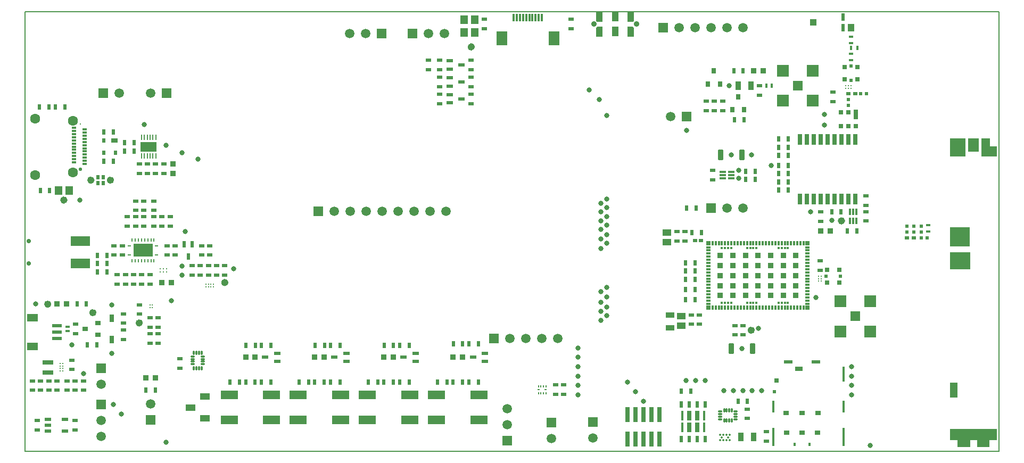
<source format=gts>
G04*
G04 #@! TF.GenerationSoftware,Altium Limited,Altium Designer,22.0.2 (36)*
G04*
G04 Layer_Color=8388736*
%FSLAX44Y44*%
%MOMM*%
G71*
G04*
G04 #@! TF.SameCoordinates,AD71EA70-9FC7-4FF3-9A77-F54E5D2193E9*
G04*
G04*
G04 #@! TF.FilePolarity,Negative*
G04*
G01*
G75*
%ADD16C,0.1500*%
%ADD20R,1.0000X1.2500*%
%ADD21R,0.5000X1.2500*%
%ADD22R,1.0000X1.0000*%
%ADD23R,0.9000X0.6000*%
%ADD24R,0.9500X0.9500*%
%ADD25R,0.5000X0.5000*%
%ADD26R,1.0000X1.6000*%
%ADD27R,0.6000X0.9000*%
%ADD28R,2.7500X1.4000*%
%ADD29R,0.6200X0.6000*%
%ADD30R,0.4100X0.6600*%
%ADD31R,0.6600X0.4100*%
%ADD32R,0.6500X0.8000*%
%ADD33R,0.6500X1.5500*%
%ADD34R,0.5000X0.5800*%
%ADD35R,0.7500X0.8000*%
%ADD36R,0.2500X0.2500*%
%ADD37R,0.7000X0.6000*%
%ADD38R,0.6000X0.6200*%
%ADD39R,0.7000X1.8000*%
%ADD40R,0.8000X1.8000*%
%ADD41R,0.3000X1.0500*%
%ADD42R,0.4500X2.9000*%
%ADD43R,0.4500X1.9000*%
%ADD44R,0.4500X2.4000*%
%ADD45R,1.2000X0.6500*%
%ADD46R,1.4000X0.5000*%
%ADD47R,0.7500X0.7000*%
%ADD48R,0.6000X0.6000*%
%ADD49R,0.3000X0.6000*%
%ADD50R,0.9000X0.7000*%
%ADD53R,2.0000X2.0000*%
G04:AMPARAMS|DCode=54|XSize=0.8mm|YSize=1.7mm|CornerRadius=0.1mm|HoleSize=0mm|Usage=FLASHONLY|Rotation=0.000|XOffset=0mm|YOffset=0mm|HoleType=Round|Shape=RoundedRectangle|*
%AMROUNDEDRECTD54*
21,1,0.8000,1.5000,0,0,0.0*
21,1,0.6000,1.7000,0,0,0.0*
1,1,0.2000,0.3000,-0.7500*
1,1,0.2000,-0.3000,-0.7500*
1,1,0.2000,-0.3000,0.7500*
1,1,0.2000,0.3000,0.7500*
%
%ADD54ROUNDEDRECTD54*%
%ADD55R,0.3500X0.6500*%
%ADD56R,0.8000X0.9000*%
%ADD57R,0.9500X1.4000*%
%ADD58R,1.5700X1.5700*%
%ADD59R,1.9600X1.9600*%
%ADD60R,0.8000X0.7500*%
%ADD61R,0.5800X0.5000*%
%ADD63R,1.4000X0.9500*%
%ADD64R,1.4000X1.1000*%
%ADD69R,0.6500X0.5000*%
%ADD70R,0.2500X0.2500*%
%ADD72R,0.7600X2.4000*%
%ADD73R,0.2000X0.4000*%
%ADD74R,0.4000X0.2000*%
%ADD75R,1.0500X0.3000*%
%ADD76R,1.6000X1.0000*%
%ADD77R,1.8000X2.2000*%
%ADD78R,0.3000X1.3000*%
%ADD79R,1.2000X1.4500*%
%ADD80R,1.0000X0.5500*%
%ADD81R,0.7000X0.3000*%
%ADD82R,0.5000X0.6500*%
%ADD83C,0.2000*%
%ADD84R,1.0000X0.6000*%
%ADD85C,0.2980*%
%ADD86R,3.1000X1.5000*%
%ADD87R,0.6000X0.2400*%
%ADD88R,0.2400X0.6000*%
%ADD89R,3.0500X2.0500*%
%ADD90R,0.6500X0.3250*%
%ADD91R,1.0000X0.7000*%
%ADD92R,0.6000X0.7000*%
%ADD93R,0.9000X0.8000*%
%ADD94R,0.5500X1.0000*%
%ADD95R,2.5500X1.6500*%
%ADD96R,0.2500X0.8500*%
%ADD97R,1.8000X1.2000*%
%ADD98R,1.5500X0.6000*%
%ADD99R,0.7500X1.2000*%
%ADD100R,0.9500X0.9500*%
%ADD101C,0.2260*%
%ADD102R,1.8000X0.8000*%
%ADD103C,0.6096*%
%ADD104C,0.8000*%
%ADD105O,0.3000X0.7300*%
%ADD106O,0.7300X0.3000*%
%ADD107R,0.4000X0.6400*%
%ADD108R,0.9000X0.9000*%
%ADD109R,0.6400X0.6400*%
%ADD110R,0.6400X0.4000*%
%ADD111R,0.4000X0.4000*%
%ADD112C,0.3500*%
%ADD113R,0.5000X1.1000*%
%ADD114R,0.3500X1.5000*%
%ADD115R,0.7000X1.5000*%
%ADD116C,0.9000*%
%ADD117C,1.5000*%
%ADD118R,1.5000X1.5000*%
%ADD119R,1.5000X1.5000*%
%ADD120C,0.5750*%
%ADD121C,0.3250*%
%ADD122C,1.6000*%
%ADD123C,0.7000*%
G36*
X969000Y685616D02*
X967384Y684000D01*
X959000Y684000D01*
Y700000D01*
X969000D01*
X969000Y685616D01*
D02*
G37*
G36*
X919000Y684000D02*
X910616Y684000D01*
X909000Y685616D01*
X909000Y700000D01*
X919000D01*
Y684000D01*
D02*
G37*
G36*
X967384Y676000D02*
X969000Y674384D01*
X969000Y660000D01*
X959000D01*
Y676000D01*
X967384Y676000D01*
D02*
G37*
G36*
X919000Y660000D02*
X909000D01*
X909000Y674384D01*
X910616Y676000D01*
X919000Y676000D01*
Y660000D01*
D02*
G37*
G36*
X1517538Y477000D02*
X1500537D01*
Y498000D01*
X1517538D01*
Y477000D01*
D02*
G37*
G36*
X1535537Y485500D02*
X1546372D01*
Y469000D01*
X1521537D01*
Y498000D01*
X1535537D01*
Y485500D01*
D02*
G37*
G36*
X1496537Y469000D02*
X1471537D01*
Y498000D01*
X1496537D01*
Y469000D01*
D02*
G37*
G36*
X1503037Y326000D02*
X1471537D01*
Y357000D01*
X1503037D01*
Y326000D01*
D02*
G37*
G36*
X1503537Y289700D02*
X1471537D01*
Y317000D01*
X1503537D01*
Y289700D01*
D02*
G37*
G36*
X1483537Y85500D02*
X1471537D01*
Y109500D01*
X1483537D01*
Y85500D01*
D02*
G37*
G36*
X1546537Y18000D02*
X1534537D01*
Y7000D01*
X1514537D01*
Y18000D01*
X1503537D01*
Y7000D01*
X1483537D01*
Y18000D01*
X1471537D01*
Y36000D01*
X1546537D01*
Y18000D01*
D02*
G37*
D16*
X0Y700000D02*
X1550000D01*
X0Y0D02*
Y700000D01*
X1550000D02*
X1550000Y0D01*
X0D02*
X1550000D01*
D20*
X1314000Y674000D02*
D03*
D21*
X1301500Y691500D02*
D03*
Y674000D02*
D03*
D22*
X1254000Y682750D02*
D03*
D23*
X266000Y280500D02*
D03*
Y295500D02*
D03*
X12000Y112500D02*
D03*
Y97500D02*
D03*
X157000Y219000D02*
D03*
Y204000D02*
D03*
X212000Y172500D02*
D03*
Y187500D02*
D03*
X1285624Y572000D02*
D03*
Y557000D02*
D03*
X1338000Y406500D02*
D03*
Y391500D02*
D03*
Y366600D02*
D03*
Y381600D02*
D03*
X1266000Y366500D02*
D03*
Y381500D02*
D03*
X1084000Y542500D02*
D03*
Y557500D02*
D03*
X1168750Y567000D02*
D03*
Y582000D02*
D03*
X1110000Y557500D02*
D03*
Y542500D02*
D03*
X1097000Y557500D02*
D03*
Y542500D02*
D03*
X869000Y687500D02*
D03*
Y672500D02*
D03*
X1180000Y16500D02*
D03*
Y31500D02*
D03*
X1073000Y202500D02*
D03*
Y217500D02*
D03*
X1060000Y202500D02*
D03*
Y217500D02*
D03*
X1037000Y349900D02*
D03*
Y334900D02*
D03*
X1050000Y349900D02*
D03*
Y334900D02*
D03*
X1129400Y200500D02*
D03*
Y185500D02*
D03*
X1142400D02*
D03*
Y200500D02*
D03*
X1149000Y67500D02*
D03*
Y52500D02*
D03*
X857000Y106000D02*
D03*
Y91000D02*
D03*
X844000Y106000D02*
D03*
Y91000D02*
D03*
X1094000Y432500D02*
D03*
Y447500D02*
D03*
X731000Y687500D02*
D03*
Y672500D02*
D03*
X710000Y595500D02*
D03*
Y580500D02*
D03*
Y568500D02*
D03*
Y553500D02*
D03*
X660000D02*
D03*
Y568500D02*
D03*
Y580500D02*
D03*
Y595500D02*
D03*
X246500Y132500D02*
D03*
Y147500D02*
D03*
X1264800Y303500D02*
D03*
Y288500D02*
D03*
X305000Y295500D02*
D03*
Y280500D02*
D03*
X279000Y295500D02*
D03*
Y280500D02*
D03*
X292000D02*
D03*
Y295500D02*
D03*
X318000D02*
D03*
Y280500D02*
D03*
X212000Y212500D02*
D03*
Y197500D02*
D03*
X199000D02*
D03*
Y212500D02*
D03*
X20000Y34500D02*
D03*
Y49500D02*
D03*
X80000Y34500D02*
D03*
Y49500D02*
D03*
X199250Y266500D02*
D03*
Y281500D02*
D03*
X173000D02*
D03*
Y266500D02*
D03*
X160000Y281500D02*
D03*
Y266500D02*
D03*
X147000D02*
D03*
Y281500D02*
D03*
X186000D02*
D03*
Y266500D02*
D03*
X226000Y327500D02*
D03*
Y312500D02*
D03*
X142000D02*
D03*
Y327500D02*
D03*
X155000Y312500D02*
D03*
Y327500D02*
D03*
X239000Y312500D02*
D03*
Y327500D02*
D03*
X205000Y398500D02*
D03*
Y383500D02*
D03*
X176000Y398500D02*
D03*
Y383500D02*
D03*
X189000Y398500D02*
D03*
Y383500D02*
D03*
X205000Y358500D02*
D03*
Y373500D02*
D03*
X163000Y358500D02*
D03*
Y373500D02*
D03*
X189000Y358500D02*
D03*
Y373500D02*
D03*
X176000Y358500D02*
D03*
Y373500D02*
D03*
X281000Y327500D02*
D03*
Y312500D02*
D03*
X218000Y358500D02*
D03*
Y373500D02*
D03*
X231000D02*
D03*
Y358500D02*
D03*
X710000Y607500D02*
D03*
Y622500D02*
D03*
X642000D02*
D03*
Y607500D02*
D03*
X660000Y622500D02*
D03*
Y607500D02*
D03*
X182000Y233500D02*
D03*
Y218500D02*
D03*
X294000Y312500D02*
D03*
Y327500D02*
D03*
X199000Y187500D02*
D03*
Y172500D02*
D03*
X80000Y97500D02*
D03*
Y112500D02*
D03*
X67000Y97500D02*
D03*
Y112500D02*
D03*
X25000D02*
D03*
Y97500D02*
D03*
X38000Y112500D02*
D03*
Y97500D02*
D03*
X51000Y112500D02*
D03*
Y97500D02*
D03*
X75000Y145500D02*
D03*
Y130500D02*
D03*
X93000Y112500D02*
D03*
Y97500D02*
D03*
X81000Y202500D02*
D03*
Y187500D02*
D03*
X157000Y178500D02*
D03*
Y193500D02*
D03*
X221000Y457500D02*
D03*
Y442500D02*
D03*
X182000D02*
D03*
Y457500D02*
D03*
X208000D02*
D03*
Y442500D02*
D03*
X195000Y457500D02*
D03*
Y442500D02*
D03*
D24*
X681250Y150000D02*
D03*
X696250D02*
D03*
X586250D02*
D03*
X571250D02*
D03*
X476250D02*
D03*
X461250D02*
D03*
X366250D02*
D03*
X351250D02*
D03*
X207500Y117000D02*
D03*
X192500D02*
D03*
X1281000Y351100D02*
D03*
X1266000D02*
D03*
X1159750Y606000D02*
D03*
X1174750D02*
D03*
X218000Y269000D02*
D03*
X233000D02*
D03*
X51376Y234490D02*
D03*
X66376D02*
D03*
D25*
X964000Y692000D02*
D03*
X914000D02*
D03*
X964000Y668000D02*
D03*
X914000D02*
D03*
D26*
X939000Y692000D02*
D03*
Y668000D02*
D03*
D27*
X696250Y110000D02*
D03*
X681250D02*
D03*
X207500Y98000D02*
D03*
X192500D02*
D03*
X1214500Y416000D02*
D03*
X1199500D02*
D03*
X1214500Y429000D02*
D03*
X1199500D02*
D03*
Y442000D02*
D03*
X1214500D02*
D03*
Y455000D02*
D03*
X1199500D02*
D03*
X1214500Y497000D02*
D03*
X1199500D02*
D03*
X1214500Y484000D02*
D03*
X1199500D02*
D03*
X1214500Y471000D02*
D03*
X1199500D02*
D03*
X1323500Y351000D02*
D03*
X1308500D02*
D03*
X1283500Y381000D02*
D03*
X1298500D02*
D03*
X1146500Y433000D02*
D03*
X1161500D02*
D03*
X1146500Y446000D02*
D03*
X1161500D02*
D03*
X1129250Y528000D02*
D03*
X1144250D02*
D03*
X1142750Y606000D02*
D03*
X1127750D02*
D03*
X1067500Y387000D02*
D03*
X1050900Y242000D02*
D03*
X1065900D02*
D03*
X1050900Y258000D02*
D03*
X1065900D02*
D03*
X1050900Y300000D02*
D03*
X1065900D02*
D03*
Y287000D02*
D03*
X1050900D02*
D03*
X1065900Y274000D02*
D03*
X1050900D02*
D03*
X1052500Y387000D02*
D03*
X1061500Y348400D02*
D03*
X1076500D02*
D03*
X1134400Y79528D02*
D03*
X1149400D02*
D03*
X1044500Y96000D02*
D03*
X1059500D02*
D03*
X571500Y169000D02*
D03*
X586500D02*
D03*
X461500D02*
D03*
X476500D02*
D03*
X351500D02*
D03*
X366500D02*
D03*
X24500Y415000D02*
D03*
X39500D02*
D03*
X38500Y548000D02*
D03*
X23500D02*
D03*
X63500D02*
D03*
X48500D02*
D03*
X501250Y110000D02*
D03*
X486250D02*
D03*
X366250D02*
D03*
X351250D02*
D03*
X476250D02*
D03*
X461250D02*
D03*
X436250D02*
D03*
X451250D02*
D03*
X391250D02*
D03*
X376250D02*
D03*
X326250D02*
D03*
X341250D02*
D03*
X611250D02*
D03*
X596250D02*
D03*
X586250D02*
D03*
X571250D02*
D03*
X596500Y169000D02*
D03*
X611500D02*
D03*
X546250Y110000D02*
D03*
X561250D02*
D03*
X486500Y169000D02*
D03*
X501500D02*
D03*
X376500D02*
D03*
X391500D02*
D03*
X158500Y478000D02*
D03*
X173500D02*
D03*
X130500Y312000D02*
D03*
X115500D02*
D03*
X130500Y299000D02*
D03*
X115500D02*
D03*
X130500Y286000D02*
D03*
X115500D02*
D03*
X671250Y110000D02*
D03*
X656250D02*
D03*
X706250D02*
D03*
X721250D02*
D03*
X696500Y171000D02*
D03*
X681500D02*
D03*
X721500D02*
D03*
X706500D02*
D03*
X82876Y234510D02*
D03*
X97876D02*
D03*
X114500Y170000D02*
D03*
X99500D02*
D03*
X173500Y491000D02*
D03*
X158500D02*
D03*
X125500Y508000D02*
D03*
X140500D02*
D03*
X125500Y462000D02*
D03*
X140500D02*
D03*
D28*
X392500Y50000D02*
D03*
Y90000D02*
D03*
X325000Y50000D02*
D03*
Y90000D02*
D03*
X722500Y50000D02*
D03*
Y90000D02*
D03*
X655000Y50000D02*
D03*
Y90000D02*
D03*
X545000D02*
D03*
Y50000D02*
D03*
X612500Y90000D02*
D03*
Y50000D02*
D03*
X502500Y50000D02*
D03*
Y90000D02*
D03*
X435000Y50000D02*
D03*
Y90000D02*
D03*
D29*
X1310000Y550900D02*
D03*
Y560100D02*
D03*
X1426000Y358600D02*
D03*
Y349400D02*
D03*
X1403000D02*
D03*
Y358600D02*
D03*
X1414000Y349400D02*
D03*
Y358600D02*
D03*
D30*
X1324050Y642000D02*
D03*
X1313950D02*
D03*
D31*
X1314000Y649950D02*
D03*
Y660050D02*
D03*
Y633050D02*
D03*
Y622950D02*
D03*
X1437000Y349700D02*
D03*
Y359800D02*
D03*
D32*
X1322000Y517250D02*
D03*
X1310000D02*
D03*
X1298000D02*
D03*
Y539750D02*
D03*
X1310000D02*
D03*
D33*
X1322000Y536000D02*
D03*
D34*
X1314000Y613600D02*
D03*
Y590400D02*
D03*
D35*
X1324250Y611500D02*
D03*
X1303750D02*
D03*
Y592500D02*
D03*
X1324250D02*
D03*
D36*
X1314000Y582000D02*
D03*
X1310000D02*
D03*
X1306000D02*
D03*
Y578000D02*
D03*
X1310000D02*
D03*
X1314000D02*
D03*
D37*
X1321000Y569500D02*
D03*
X1310000D02*
D03*
X1403000Y340000D02*
D03*
X1414000D02*
D03*
D38*
X1338600Y569500D02*
D03*
X1329400D02*
D03*
X1435600Y340000D02*
D03*
X1426400D02*
D03*
D39*
X1233000Y401500D02*
D03*
X1321000D02*
D03*
Y496500D02*
D03*
X1233000D02*
D03*
D40*
X1244000Y401500D02*
D03*
X1255000D02*
D03*
X1266000D02*
D03*
X1277000D02*
D03*
X1288000D02*
D03*
X1299000D02*
D03*
X1310000D02*
D03*
Y496500D02*
D03*
X1299000D02*
D03*
X1288000D02*
D03*
X1277000D02*
D03*
X1266000D02*
D03*
X1255000D02*
D03*
X1244000D02*
D03*
D41*
X1323000Y367000D02*
D03*
X1318000D02*
D03*
X1313000D02*
D03*
Y381000D02*
D03*
X1318000D02*
D03*
X1323000D02*
D03*
D42*
X1302200Y23000D02*
D03*
X1190450D02*
D03*
D43*
X1302200Y71500D02*
D03*
X1190450D02*
D03*
D44*
X1302200Y123000D02*
D03*
D45*
X1230900Y131750D02*
D03*
D46*
X1258400Y142500D02*
D03*
X1214400D02*
D03*
D47*
X1195450Y113000D02*
D03*
D48*
X1192700Y95000D02*
D03*
D49*
X1248600Y11500D02*
D03*
X1224200D02*
D03*
D50*
X1260800Y30000D02*
D03*
X1236400D02*
D03*
X1212000D02*
D03*
X1261800Y61700D02*
D03*
X1236400D02*
D03*
X1211000D02*
D03*
D53*
X1486140Y303800D02*
D03*
Y341900D02*
D03*
D54*
X1157400Y164000D02*
D03*
X1123400D02*
D03*
X1107000Y472000D02*
D03*
X1141000D02*
D03*
D55*
X1179500Y582000D02*
D03*
X1188000D02*
D03*
D56*
X1125250Y543500D02*
D03*
X1144250D02*
D03*
X1134750Y564500D02*
D03*
X1086750Y584500D02*
D03*
X1105750D02*
D03*
X1096250Y605500D02*
D03*
D57*
X1135150Y582000D02*
D03*
X1155150D02*
D03*
X1159000Y23000D02*
D03*
X1139000D02*
D03*
D58*
X1229750Y582000D02*
D03*
X1321000Y215000D02*
D03*
D59*
X1206000Y605750D02*
D03*
X1253500D02*
D03*
X1206000Y558250D02*
D03*
X1253500D02*
D03*
X1297250Y238750D02*
D03*
X1344750D02*
D03*
X1297250Y191250D02*
D03*
X1344750D02*
D03*
D60*
X1276500Y268750D02*
D03*
Y289250D02*
D03*
X1295500D02*
D03*
Y268750D02*
D03*
D61*
X1274400Y279000D02*
D03*
X1297600D02*
D03*
D63*
X1026000Y217000D02*
D03*
Y197000D02*
D03*
D64*
X1044400Y215500D02*
D03*
Y200500D02*
D03*
X1021000Y332900D02*
D03*
Y347900D02*
D03*
D69*
X1066250Y335400D02*
D03*
X1075750D02*
D03*
D70*
X1267000Y271000D02*
D03*
Y275000D02*
D03*
Y279000D02*
D03*
X1263000D02*
D03*
Y275000D02*
D03*
Y271000D02*
D03*
D72*
X1009300Y19528D02*
D03*
X996600D02*
D03*
X983900D02*
D03*
X971200D02*
D03*
X958500D02*
D03*
X1009300Y58528D02*
D03*
X996600D02*
D03*
X983900D02*
D03*
X971200D02*
D03*
X958500D02*
D03*
D73*
X817000Y93000D02*
D03*
X821000D02*
D03*
X825000D02*
D03*
X829000D02*
D03*
Y104000D02*
D03*
X825000D02*
D03*
X821000D02*
D03*
X817000D02*
D03*
D74*
X828500Y98500D02*
D03*
X817500D02*
D03*
D75*
X1124000Y435000D02*
D03*
Y440000D02*
D03*
Y445000D02*
D03*
X1110000D02*
D03*
Y440000D02*
D03*
Y435000D02*
D03*
D76*
X263500Y70000D02*
D03*
X286500Y52500D02*
D03*
Y87500D02*
D03*
D77*
X758500Y657500D02*
D03*
X841500D02*
D03*
D78*
X777500Y690000D02*
D03*
X782500D02*
D03*
X787500D02*
D03*
X792500D02*
D03*
X797500D02*
D03*
X802500D02*
D03*
X807500D02*
D03*
X812500D02*
D03*
X817500D02*
D03*
X822500D02*
D03*
D79*
X698500Y667000D02*
D03*
X715500D02*
D03*
Y687000D02*
D03*
X698500D02*
D03*
X70500Y415000D02*
D03*
X53500D02*
D03*
D80*
X694500Y588000D02*
D03*
X675500Y581500D02*
D03*
Y594500D02*
D03*
X694500Y561000D02*
D03*
X675500Y554500D02*
D03*
Y567500D02*
D03*
X602500Y150000D02*
D03*
X621500Y156500D02*
D03*
Y143500D02*
D03*
X492500Y150000D02*
D03*
X511500Y156500D02*
D03*
Y143500D02*
D03*
X382500Y150000D02*
D03*
X401500Y156500D02*
D03*
Y143500D02*
D03*
X732000D02*
D03*
Y156500D02*
D03*
X713000Y150000D02*
D03*
X675500Y621500D02*
D03*
Y608500D02*
D03*
X694500Y615000D02*
D03*
D81*
X78250Y515000D02*
D03*
Y510000D02*
D03*
Y505000D02*
D03*
Y500000D02*
D03*
Y495000D02*
D03*
Y490000D02*
D03*
Y485000D02*
D03*
Y480000D02*
D03*
Y475000D02*
D03*
Y470000D02*
D03*
Y465000D02*
D03*
Y460000D02*
D03*
X95250Y457500D02*
D03*
Y462500D02*
D03*
Y467500D02*
D03*
Y472500D02*
D03*
Y477500D02*
D03*
Y482500D02*
D03*
Y487500D02*
D03*
Y492500D02*
D03*
Y497500D02*
D03*
Y502500D02*
D03*
Y507500D02*
D03*
Y512500D02*
D03*
D82*
X116000Y436500D02*
D03*
Y427000D02*
D03*
X125000D02*
D03*
Y436500D02*
D03*
D83*
X1299000Y370124D02*
D03*
Y363876D02*
D03*
X1155400Y189876D02*
D03*
Y196124D02*
D03*
X713124Y643705D02*
D03*
X706876D02*
D03*
X105000Y428626D02*
D03*
Y434874D02*
D03*
X136000Y428626D02*
D03*
Y434874D02*
D03*
X65124Y400000D02*
D03*
X58876D02*
D03*
X300000Y266000D02*
D03*
Y262000D02*
D03*
X296000Y266000D02*
D03*
Y262000D02*
D03*
X292000Y266000D02*
D03*
Y262000D02*
D03*
X288000Y266000D02*
D03*
Y262000D02*
D03*
X318000Y272000D02*
D03*
Y265752D02*
D03*
X111248Y221000D02*
D03*
X105000D02*
D03*
X182000Y207624D02*
D03*
Y201376D02*
D03*
X56000Y140000D02*
D03*
X60000D02*
D03*
X56000Y136000D02*
D03*
X60000D02*
D03*
X56000Y132000D02*
D03*
X60000D02*
D03*
X56000Y128000D02*
D03*
X60000D02*
D03*
X33252Y234500D02*
D03*
X39500D02*
D03*
D84*
X36250Y51500D02*
D03*
Y42000D02*
D03*
Y32500D02*
D03*
X63750D02*
D03*
Y51500D02*
D03*
D85*
X225575Y290500D02*
D03*
Y285500D02*
D03*
X220575Y290500D02*
D03*
Y285500D02*
D03*
X215575Y290500D02*
D03*
Y285500D02*
D03*
D86*
X88500Y299500D02*
D03*
Y334500D02*
D03*
D87*
X166500Y312500D02*
D03*
X209500D02*
D03*
Y327500D02*
D03*
X166500D02*
D03*
D88*
X170500Y303500D02*
D03*
X175500D02*
D03*
X180500D02*
D03*
X185500D02*
D03*
X190500D02*
D03*
X195500D02*
D03*
X200500D02*
D03*
X205500D02*
D03*
Y336500D02*
D03*
X200500D02*
D03*
X195500D02*
D03*
X190500D02*
D03*
X185500D02*
D03*
X180500D02*
D03*
X175500D02*
D03*
X170500D02*
D03*
D89*
X188000Y320000D02*
D03*
D90*
X68000Y198250D02*
D03*
Y191750D02*
D03*
D91*
X142500Y495000D02*
D03*
D92*
X125500D02*
D03*
Y475000D02*
D03*
X144500D02*
D03*
D93*
X116500Y185500D02*
D03*
Y204500D02*
D03*
X95500Y195000D02*
D03*
D94*
X266500Y329500D02*
D03*
X253500D02*
D03*
X260000Y310500D02*
D03*
D95*
X197000Y485000D02*
D03*
D96*
X185750Y499500D02*
D03*
X190250D02*
D03*
X194750D02*
D03*
X199250D02*
D03*
X203750D02*
D03*
X208250D02*
D03*
Y470500D02*
D03*
X203750D02*
D03*
X199250D02*
D03*
X194750D02*
D03*
X190250D02*
D03*
X185750D02*
D03*
D97*
X12130Y167000D02*
D03*
Y213000D02*
D03*
D98*
X50880Y180000D02*
D03*
Y190000D02*
D03*
Y200000D02*
D03*
D99*
X138500Y212000D02*
D03*
Y178000D02*
D03*
D100*
X236000Y457500D02*
D03*
Y442500D02*
D03*
D101*
X199000Y229000D02*
D03*
Y233000D02*
D03*
X203000Y229000D02*
D03*
Y233000D02*
D03*
D102*
X37000Y126000D02*
D03*
Y142000D02*
D03*
D103*
X1301794Y366975D02*
G03*
X1301794Y366975I-2794J0D01*
G01*
X1158194Y193025D02*
G03*
X1158194Y193025I-2794J0D01*
G01*
X712819Y643705D02*
G03*
X712819Y643705I-2794J0D01*
G01*
X107794Y431725D02*
G03*
X107794Y431725I-2794J0D01*
G01*
X138794Y431775D02*
G03*
X138794Y431775I-2794J0D01*
G01*
X64769Y400000D02*
G03*
X64769Y400000I-2794J0D01*
G01*
X320794Y268850D02*
G03*
X320794Y268850I-2794J0D01*
G01*
X110893Y221000D02*
G03*
X110893Y221000I-2794J0D01*
G01*
X184794Y204525D02*
G03*
X184794Y204525I-2794J0D01*
G01*
X39144Y234500D02*
G03*
X39144Y234500I-2794J0D01*
G01*
D104*
X926000Y535000D02*
D03*
X1345000Y10000D02*
D03*
X1167000Y196000D02*
D03*
X1052500Y510500D02*
D03*
X1283500Y368000D02*
D03*
X1250000Y381000D02*
D03*
X1315000Y90000D02*
D03*
X1272000Y519000D02*
D03*
Y536000D02*
D03*
X1120750Y582000D02*
D03*
X1155900Y472000D02*
D03*
X1187000Y455000D02*
D03*
X898000Y575000D02*
D03*
X914000Y560000D02*
D03*
X1258000Y245000D02*
D03*
X1315000Y120000D02*
D03*
Y105000D02*
D03*
X1172000Y97000D02*
D03*
X1157000D02*
D03*
X1112000D02*
D03*
X1082000Y113000D02*
D03*
X1142000Y97000D02*
D03*
X1067000Y113000D02*
D03*
X1127000Y97000D02*
D03*
X1052000Y113000D02*
D03*
X880000Y120000D02*
D03*
Y150000D02*
D03*
Y165000D02*
D03*
X959000Y110000D02*
D03*
X971000Y95000D02*
D03*
X984000Y80000D02*
D03*
X880000Y90000D02*
D03*
Y105000D02*
D03*
X926000Y230000D02*
D03*
Y331000D02*
D03*
Y402000D02*
D03*
X916000Y353000D02*
D03*
X926000Y360000D02*
D03*
Y345000D02*
D03*
Y374000D02*
D03*
X915986Y367000D02*
D03*
X926000Y388000D02*
D03*
X915986Y381000D02*
D03*
X916000Y395000D02*
D03*
X916464Y338000D02*
D03*
Y323000D02*
D03*
X275000Y465000D02*
D03*
X250000Y475000D02*
D03*
X1136000Y435000D02*
D03*
X1315000Y135000D02*
D03*
X1136000Y447500D02*
D03*
X880000Y135000D02*
D03*
X916000Y254000D02*
D03*
Y237000D02*
D03*
X926000Y216000D02*
D03*
Y261000D02*
D03*
Y246000D02*
D03*
X915986Y223000D02*
D03*
Y209000D02*
D03*
X250000Y281000D02*
D03*
Y295000D02*
D03*
X255000Y350000D02*
D03*
X138500Y156500D02*
D03*
X93000Y124000D02*
D03*
X138500Y233500D02*
D03*
X17000Y235000D02*
D03*
X87090Y400000D02*
D03*
X75000Y170000D02*
D03*
X153500Y60000D02*
D03*
X225000Y15000D02*
D03*
X141000Y75000D02*
D03*
X233000Y240000D02*
D03*
X332000Y290500D02*
D03*
X190000Y520000D02*
D03*
X224500Y487500D02*
D03*
X1140400Y164000D02*
D03*
X1124000Y472000D02*
D03*
D105*
X1124400Y65778D02*
D03*
X1120400D02*
D03*
X1116400D02*
D03*
X1112400Y65778D02*
D03*
Y49278D02*
D03*
X1116400D02*
D03*
X1120400D02*
D03*
X1124400D02*
D03*
X281000Y132750D02*
D03*
X277000D02*
D03*
X273000D02*
D03*
X269000D02*
D03*
Y157250D02*
D03*
X273000D02*
D03*
X277000D02*
D03*
X281000D02*
D03*
D106*
X1106150Y63528D02*
D03*
Y59528D02*
D03*
Y55528D02*
D03*
Y51528D02*
D03*
X1130650D02*
D03*
Y55528D02*
D03*
Y59528D02*
D03*
Y63528D02*
D03*
X266750Y139000D02*
D03*
Y143000D02*
D03*
Y147000D02*
D03*
Y151000D02*
D03*
X283250D02*
D03*
X283250Y147000D02*
D03*
Y143000D02*
D03*
Y139000D02*
D03*
D107*
X1138900Y331200D02*
D03*
X1098900D02*
D03*
X1093900D02*
D03*
X1143900Y228800D02*
D03*
X1093900D02*
D03*
X1103900Y331200D02*
D03*
X1113900D02*
D03*
X1123900D02*
D03*
X1128900D02*
D03*
X1133900D02*
D03*
X1143900D02*
D03*
X1148900D02*
D03*
X1153900D02*
D03*
X1158900D02*
D03*
X1163900D02*
D03*
X1168900D02*
D03*
X1173900D02*
D03*
X1178900D02*
D03*
X1183900D02*
D03*
X1188900D02*
D03*
X1193900D02*
D03*
X1198900D02*
D03*
X1203900D02*
D03*
X1208900D02*
D03*
X1213900D02*
D03*
X1218900D02*
D03*
X1223900D02*
D03*
X1228900D02*
D03*
X1233900D02*
D03*
X1238900D02*
D03*
X1233900Y228800D02*
D03*
X1228900D02*
D03*
X1223900D02*
D03*
X1218900D02*
D03*
X1213900D02*
D03*
X1208900D02*
D03*
X1203900D02*
D03*
X1198900D02*
D03*
X1193900D02*
D03*
X1188900D02*
D03*
X1183900D02*
D03*
X1178900D02*
D03*
X1173900D02*
D03*
X1168900D02*
D03*
X1163900D02*
D03*
X1158900D02*
D03*
X1153900D02*
D03*
X1148900D02*
D03*
X1138900D02*
D03*
X1133900D02*
D03*
X1128900D02*
D03*
X1123900D02*
D03*
X1118900D02*
D03*
X1113900D02*
D03*
X1108900D02*
D03*
X1103900D02*
D03*
X1098900D02*
D03*
X1238900D02*
D03*
X1108900Y331200D02*
D03*
X1118900D02*
D03*
D108*
X1106400Y312000D02*
D03*
Y296000D02*
D03*
Y264000D02*
D03*
Y280000D02*
D03*
Y248000D02*
D03*
X1126400D02*
D03*
Y280000D02*
D03*
Y264000D02*
D03*
Y296000D02*
D03*
Y312000D02*
D03*
X1146400D02*
D03*
Y296000D02*
D03*
Y264000D02*
D03*
Y280000D02*
D03*
Y248000D02*
D03*
X1186400Y312000D02*
D03*
Y296000D02*
D03*
Y264000D02*
D03*
Y280000D02*
D03*
Y248000D02*
D03*
X1166400Y312000D02*
D03*
Y296000D02*
D03*
Y264000D02*
D03*
Y280000D02*
D03*
Y248000D02*
D03*
X1206400Y312000D02*
D03*
Y296000D02*
D03*
Y264000D02*
D03*
Y280000D02*
D03*
Y248000D02*
D03*
X1226400Y296000D02*
D03*
Y264000D02*
D03*
Y280000D02*
D03*
Y248000D02*
D03*
Y312000D02*
D03*
D109*
X1087700Y331200D02*
D03*
X1245100D02*
D03*
X1087700Y228800D02*
D03*
X1245100D02*
D03*
D110*
Y325000D02*
D03*
Y320000D02*
D03*
Y315000D02*
D03*
Y310000D02*
D03*
Y305000D02*
D03*
Y300000D02*
D03*
Y295000D02*
D03*
Y290000D02*
D03*
Y285000D02*
D03*
Y280000D02*
D03*
Y275000D02*
D03*
Y265000D02*
D03*
Y260000D02*
D03*
Y255000D02*
D03*
Y250000D02*
D03*
Y245000D02*
D03*
Y240000D02*
D03*
Y235000D02*
D03*
X1087700Y240000D02*
D03*
Y245000D02*
D03*
Y250000D02*
D03*
Y255000D02*
D03*
Y265000D02*
D03*
Y270000D02*
D03*
Y275000D02*
D03*
Y280000D02*
D03*
Y285000D02*
D03*
Y290000D02*
D03*
Y295000D02*
D03*
Y300000D02*
D03*
Y305000D02*
D03*
Y310000D02*
D03*
Y320000D02*
D03*
Y325000D02*
D03*
X1245100Y270000D02*
D03*
X1087700Y235000D02*
D03*
Y260000D02*
D03*
Y315000D02*
D03*
D111*
X1108900Y323500D02*
D03*
X1118900D02*
D03*
X1113900D02*
D03*
X1123900D02*
D03*
X1163900D02*
D03*
X1153900D02*
D03*
X1158900D02*
D03*
X1148900D02*
D03*
X1198900D02*
D03*
X1213900D02*
D03*
X1203900D02*
D03*
X1208900D02*
D03*
X1108900Y236500D02*
D03*
X1118900D02*
D03*
X1113900D02*
D03*
X1123900D02*
D03*
X1163900D02*
D03*
X1153900D02*
D03*
X1158900D02*
D03*
X1148900D02*
D03*
X1198900D02*
D03*
X1213900D02*
D03*
X1203900D02*
D03*
X1208900D02*
D03*
D112*
X1120900Y18178D02*
D03*
X1115900D02*
D03*
X1110900D02*
D03*
X1105900D02*
D03*
X1118400Y22528D02*
D03*
X1108400D02*
D03*
X1120900Y26878D02*
D03*
X1115900D02*
D03*
X1110900D02*
D03*
X1105900D02*
D03*
D113*
X1082450Y75028D02*
D03*
X1069750D02*
D03*
X1057050D02*
D03*
X1044350D02*
D03*
X1082450Y20028D02*
D03*
X1069750D02*
D03*
X1057050D02*
D03*
X1044350D02*
D03*
D114*
X1080700Y38029D02*
D03*
Y57029D02*
D03*
X1046100D02*
D03*
Y38029D02*
D03*
D115*
X1057050Y57029D02*
D03*
Y38029D02*
D03*
X1069750Y57029D02*
D03*
Y38029D02*
D03*
D116*
X905000Y680000D02*
D03*
X973000D02*
D03*
D117*
X1066200Y674000D02*
D03*
X1040800D02*
D03*
X1091600D02*
D03*
X1117000D02*
D03*
X1142400D02*
D03*
X121000Y107000D02*
D03*
X200000Y75400D02*
D03*
X542700Y382500D02*
D03*
X491900D02*
D03*
X517300D02*
D03*
X593500D02*
D03*
X568100D02*
D03*
X644300D02*
D03*
X618900D02*
D03*
X669700D02*
D03*
X1027100Y533000D02*
D03*
X1117000Y387000D02*
D03*
X1142400D02*
D03*
X767000Y68400D02*
D03*
Y43000D02*
D03*
X838000Y20600D02*
D03*
X904000Y21628D02*
D03*
X797000Y179500D02*
D03*
X771600D02*
D03*
X822400D02*
D03*
X847800D02*
D03*
X542000Y665000D02*
D03*
X516600D02*
D03*
X150400Y570000D02*
D03*
X642000Y665000D02*
D03*
X667400D02*
D03*
X121000Y49600D02*
D03*
Y24200D02*
D03*
X200000Y570000D02*
D03*
D118*
X1015400Y674000D02*
D03*
X466500Y382500D02*
D03*
X1052500Y533000D02*
D03*
X1091600Y387000D02*
D03*
X746200Y179500D02*
D03*
X567400Y665000D02*
D03*
X125000Y570000D02*
D03*
X616600Y665000D02*
D03*
X225400Y570000D02*
D03*
D119*
X121000Y132400D02*
D03*
X200000Y50000D02*
D03*
X767000Y17600D02*
D03*
X838000Y46000D02*
D03*
X904000Y47028D02*
D03*
X121000Y75000D02*
D03*
D120*
X88650Y449000D02*
D03*
D121*
Y521000D02*
D03*
D122*
X16650Y529900D02*
D03*
Y440100D02*
D03*
X76150Y443700D02*
D03*
Y526300D02*
D03*
D123*
X6000Y299500D02*
D03*
Y334500D02*
D03*
M02*

</source>
